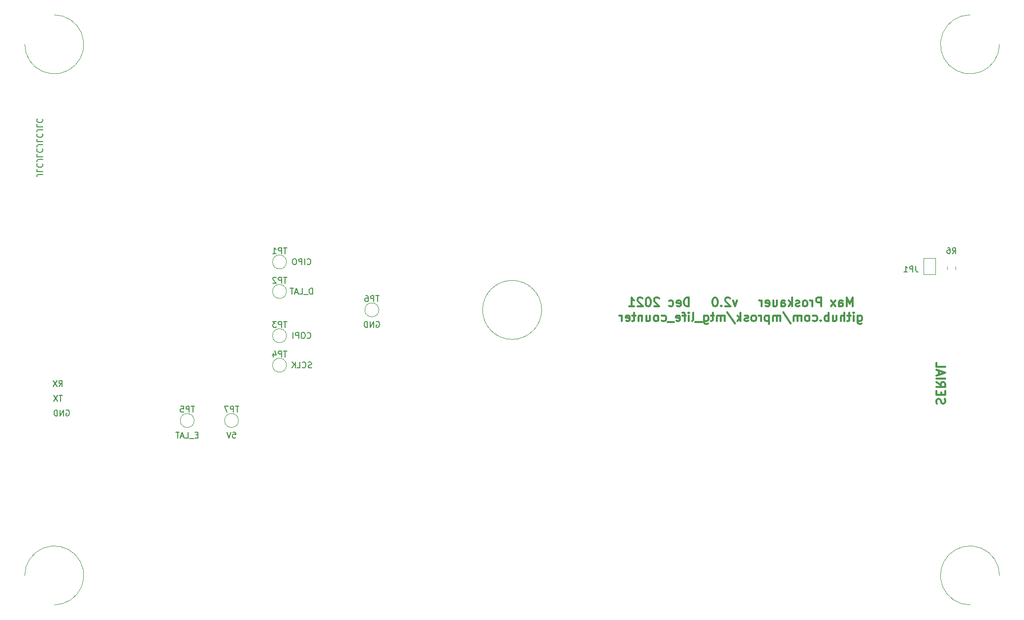
<source format=gbr>
G04 #@! TF.GenerationSoftware,KiCad,Pcbnew,(5.1.4)-1*
G04 #@! TF.CreationDate,2021-12-08T17:21:41-05:00*
G04 #@! TF.ProjectId,mtg_life_counter,6d74675f-6c69-4666-955f-636f756e7465,2.0*
G04 #@! TF.SameCoordinates,Original*
G04 #@! TF.FileFunction,Legend,Bot*
G04 #@! TF.FilePolarity,Positive*
%FSLAX46Y46*%
G04 Gerber Fmt 4.6, Leading zero omitted, Abs format (unit mm)*
G04 Created by KiCad (PCBNEW (5.1.4)-1) date 2021-12-08 17:21:41*
%MOMM*%
%LPD*%
G04 APERTURE LIST*
%ADD10C,0.150000*%
%ADD11C,0.300000*%
%ADD12C,0.120000*%
G04 APERTURE END LIST*
D10*
X57911904Y-118880000D02*
X58007142Y-118832380D01*
X58150000Y-118832380D01*
X58292857Y-118880000D01*
X58388095Y-118975238D01*
X58435714Y-119070476D01*
X58483333Y-119260952D01*
X58483333Y-119403809D01*
X58435714Y-119594285D01*
X58388095Y-119689523D01*
X58292857Y-119784761D01*
X58150000Y-119832380D01*
X58054761Y-119832380D01*
X57911904Y-119784761D01*
X57864285Y-119737142D01*
X57864285Y-119403809D01*
X58054761Y-119403809D01*
X57435714Y-119832380D02*
X57435714Y-118832380D01*
X56864285Y-119832380D01*
X56864285Y-118832380D01*
X56388095Y-119832380D02*
X56388095Y-118832380D01*
X56150000Y-118832380D01*
X56007142Y-118880000D01*
X55911904Y-118975238D01*
X55864285Y-119070476D01*
X55816666Y-119260952D01*
X55816666Y-119403809D01*
X55864285Y-119594285D01*
X55911904Y-119689523D01*
X56007142Y-119784761D01*
X56150000Y-119832380D01*
X56388095Y-119832380D01*
X57276904Y-116292380D02*
X56705476Y-116292380D01*
X56991190Y-117292380D02*
X56991190Y-116292380D01*
X56467380Y-116292380D02*
X55800714Y-117292380D01*
X55800714Y-116292380D02*
X56467380Y-117292380D01*
X56681666Y-114752380D02*
X57015000Y-114276190D01*
X57253095Y-114752380D02*
X57253095Y-113752380D01*
X56872142Y-113752380D01*
X56776904Y-113800000D01*
X56729285Y-113847619D01*
X56681666Y-113942857D01*
X56681666Y-114085714D01*
X56729285Y-114180952D01*
X56776904Y-114228571D01*
X56872142Y-114276190D01*
X57253095Y-114276190D01*
X56348333Y-113752380D02*
X55681666Y-114752380D01*
X55681666Y-113752380D02*
X56348333Y-114752380D01*
X53887619Y-78279047D02*
X53173333Y-78279047D01*
X53030476Y-78326666D01*
X52935238Y-78421904D01*
X52887619Y-78564761D01*
X52887619Y-78660000D01*
X52887619Y-77326666D02*
X52887619Y-77802857D01*
X53887619Y-77802857D01*
X52982857Y-76421904D02*
X52935238Y-76469523D01*
X52887619Y-76612380D01*
X52887619Y-76707619D01*
X52935238Y-76850476D01*
X53030476Y-76945714D01*
X53125714Y-76993333D01*
X53316190Y-77040952D01*
X53459047Y-77040952D01*
X53649523Y-76993333D01*
X53744761Y-76945714D01*
X53840000Y-76850476D01*
X53887619Y-76707619D01*
X53887619Y-76612380D01*
X53840000Y-76469523D01*
X53792380Y-76421904D01*
X53887619Y-75707619D02*
X53173333Y-75707619D01*
X53030476Y-75755238D01*
X52935238Y-75850476D01*
X52887619Y-75993333D01*
X52887619Y-76088571D01*
X52887619Y-74755238D02*
X52887619Y-75231428D01*
X53887619Y-75231428D01*
X52982857Y-73850476D02*
X52935238Y-73898095D01*
X52887619Y-74040952D01*
X52887619Y-74136190D01*
X52935238Y-74279047D01*
X53030476Y-74374285D01*
X53125714Y-74421904D01*
X53316190Y-74469523D01*
X53459047Y-74469523D01*
X53649523Y-74421904D01*
X53744761Y-74374285D01*
X53840000Y-74279047D01*
X53887619Y-74136190D01*
X53887619Y-74040952D01*
X53840000Y-73898095D01*
X53792380Y-73850476D01*
X53887619Y-73136190D02*
X53173333Y-73136190D01*
X53030476Y-73183809D01*
X52935238Y-73279047D01*
X52887619Y-73421904D01*
X52887619Y-73517142D01*
X52887619Y-72183809D02*
X52887619Y-72660000D01*
X53887619Y-72660000D01*
X52982857Y-71279047D02*
X52935238Y-71326666D01*
X52887619Y-71469523D01*
X52887619Y-71564761D01*
X52935238Y-71707619D01*
X53030476Y-71802857D01*
X53125714Y-71850476D01*
X53316190Y-71898095D01*
X53459047Y-71898095D01*
X53649523Y-71850476D01*
X53744761Y-71802857D01*
X53840000Y-71707619D01*
X53887619Y-71564761D01*
X53887619Y-71469523D01*
X53840000Y-71326666D01*
X53792380Y-71279047D01*
X53887619Y-70564761D02*
X53173333Y-70564761D01*
X53030476Y-70612380D01*
X52935238Y-70707619D01*
X52887619Y-70850476D01*
X52887619Y-70945714D01*
X52887619Y-69612380D02*
X52887619Y-70088571D01*
X53887619Y-70088571D01*
X52982857Y-68707619D02*
X52935238Y-68755238D01*
X52887619Y-68898095D01*
X52887619Y-68993333D01*
X52935238Y-69136190D01*
X53030476Y-69231428D01*
X53125714Y-69279047D01*
X53316190Y-69326666D01*
X53459047Y-69326666D01*
X53649523Y-69279047D01*
X53744761Y-69231428D01*
X53840000Y-69136190D01*
X53887619Y-68993333D01*
X53887619Y-68898095D01*
X53840000Y-68755238D01*
X53792380Y-68707619D01*
D11*
X207672857Y-117764285D02*
X207601428Y-117550000D01*
X207601428Y-117192857D01*
X207672857Y-117050000D01*
X207744285Y-116978571D01*
X207887142Y-116907142D01*
X208030000Y-116907142D01*
X208172857Y-116978571D01*
X208244285Y-117050000D01*
X208315714Y-117192857D01*
X208387142Y-117478571D01*
X208458571Y-117621428D01*
X208530000Y-117692857D01*
X208672857Y-117764285D01*
X208815714Y-117764285D01*
X208958571Y-117692857D01*
X209030000Y-117621428D01*
X209101428Y-117478571D01*
X209101428Y-117121428D01*
X209030000Y-116907142D01*
X208387142Y-116264285D02*
X208387142Y-115764285D01*
X207601428Y-115550000D02*
X207601428Y-116264285D01*
X209101428Y-116264285D01*
X209101428Y-115550000D01*
X207601428Y-114050000D02*
X208315714Y-114550000D01*
X207601428Y-114907142D02*
X209101428Y-114907142D01*
X209101428Y-114335714D01*
X209030000Y-114192857D01*
X208958571Y-114121428D01*
X208815714Y-114050000D01*
X208601428Y-114050000D01*
X208458571Y-114121428D01*
X208387142Y-114192857D01*
X208315714Y-114335714D01*
X208315714Y-114907142D01*
X207601428Y-113407142D02*
X209101428Y-113407142D01*
X208030000Y-112764285D02*
X208030000Y-112050000D01*
X207601428Y-112907142D02*
X209101428Y-112407142D01*
X207601428Y-111907142D01*
X207601428Y-110692857D02*
X207601428Y-111407142D01*
X209101428Y-111407142D01*
X193168571Y-101003571D02*
X193168571Y-99503571D01*
X192668571Y-100575000D01*
X192168571Y-99503571D01*
X192168571Y-101003571D01*
X190811428Y-101003571D02*
X190811428Y-100217857D01*
X190882857Y-100075000D01*
X191025714Y-100003571D01*
X191311428Y-100003571D01*
X191454285Y-100075000D01*
X190811428Y-100932142D02*
X190954285Y-101003571D01*
X191311428Y-101003571D01*
X191454285Y-100932142D01*
X191525714Y-100789285D01*
X191525714Y-100646428D01*
X191454285Y-100503571D01*
X191311428Y-100432142D01*
X190954285Y-100432142D01*
X190811428Y-100360714D01*
X190240000Y-101003571D02*
X189454285Y-100003571D01*
X190240000Y-100003571D02*
X189454285Y-101003571D01*
X187740000Y-101003571D02*
X187740000Y-99503571D01*
X187168571Y-99503571D01*
X187025714Y-99575000D01*
X186954285Y-99646428D01*
X186882857Y-99789285D01*
X186882857Y-100003571D01*
X186954285Y-100146428D01*
X187025714Y-100217857D01*
X187168571Y-100289285D01*
X187740000Y-100289285D01*
X186240000Y-101003571D02*
X186240000Y-100003571D01*
X186240000Y-100289285D02*
X186168571Y-100146428D01*
X186097142Y-100075000D01*
X185954285Y-100003571D01*
X185811428Y-100003571D01*
X185097142Y-101003571D02*
X185240000Y-100932142D01*
X185311428Y-100860714D01*
X185382857Y-100717857D01*
X185382857Y-100289285D01*
X185311428Y-100146428D01*
X185240000Y-100075000D01*
X185097142Y-100003571D01*
X184882857Y-100003571D01*
X184740000Y-100075000D01*
X184668571Y-100146428D01*
X184597142Y-100289285D01*
X184597142Y-100717857D01*
X184668571Y-100860714D01*
X184740000Y-100932142D01*
X184882857Y-101003571D01*
X185097142Y-101003571D01*
X184025714Y-100932142D02*
X183882857Y-101003571D01*
X183597142Y-101003571D01*
X183454285Y-100932142D01*
X183382857Y-100789285D01*
X183382857Y-100717857D01*
X183454285Y-100575000D01*
X183597142Y-100503571D01*
X183811428Y-100503571D01*
X183954285Y-100432142D01*
X184025714Y-100289285D01*
X184025714Y-100217857D01*
X183954285Y-100075000D01*
X183811428Y-100003571D01*
X183597142Y-100003571D01*
X183454285Y-100075000D01*
X182740000Y-101003571D02*
X182740000Y-99503571D01*
X182597142Y-100432142D02*
X182168571Y-101003571D01*
X182168571Y-100003571D02*
X182740000Y-100575000D01*
X180882857Y-101003571D02*
X180882857Y-100217857D01*
X180954285Y-100075000D01*
X181097142Y-100003571D01*
X181382857Y-100003571D01*
X181525714Y-100075000D01*
X180882857Y-100932142D02*
X181025714Y-101003571D01*
X181382857Y-101003571D01*
X181525714Y-100932142D01*
X181597142Y-100789285D01*
X181597142Y-100646428D01*
X181525714Y-100503571D01*
X181382857Y-100432142D01*
X181025714Y-100432142D01*
X180882857Y-100360714D01*
X179525714Y-100003571D02*
X179525714Y-101003571D01*
X180168571Y-100003571D02*
X180168571Y-100789285D01*
X180097142Y-100932142D01*
X179954285Y-101003571D01*
X179740000Y-101003571D01*
X179597142Y-100932142D01*
X179525714Y-100860714D01*
X178240000Y-100932142D02*
X178382857Y-101003571D01*
X178668571Y-101003571D01*
X178811428Y-100932142D01*
X178882857Y-100789285D01*
X178882857Y-100217857D01*
X178811428Y-100075000D01*
X178668571Y-100003571D01*
X178382857Y-100003571D01*
X178240000Y-100075000D01*
X178168571Y-100217857D01*
X178168571Y-100360714D01*
X178882857Y-100503571D01*
X177525714Y-101003571D02*
X177525714Y-100003571D01*
X177525714Y-100289285D02*
X177454285Y-100146428D01*
X177382857Y-100075000D01*
X177240000Y-100003571D01*
X177097142Y-100003571D01*
X173311428Y-100003571D02*
X172954285Y-101003571D01*
X172597142Y-100003571D01*
X172097142Y-99646428D02*
X172025714Y-99575000D01*
X171882857Y-99503571D01*
X171525714Y-99503571D01*
X171382857Y-99575000D01*
X171311428Y-99646428D01*
X171240000Y-99789285D01*
X171240000Y-99932142D01*
X171311428Y-100146428D01*
X172168571Y-101003571D01*
X171240000Y-101003571D01*
X170597142Y-100860714D02*
X170525714Y-100932142D01*
X170597142Y-101003571D01*
X170668571Y-100932142D01*
X170597142Y-100860714D01*
X170597142Y-101003571D01*
X169597142Y-99503571D02*
X169454285Y-99503571D01*
X169311428Y-99575000D01*
X169240000Y-99646428D01*
X169168571Y-99789285D01*
X169097142Y-100075000D01*
X169097142Y-100432142D01*
X169168571Y-100717857D01*
X169240000Y-100860714D01*
X169311428Y-100932142D01*
X169454285Y-101003571D01*
X169597142Y-101003571D01*
X169740000Y-100932142D01*
X169811428Y-100860714D01*
X169882857Y-100717857D01*
X169954285Y-100432142D01*
X169954285Y-100075000D01*
X169882857Y-99789285D01*
X169811428Y-99646428D01*
X169740000Y-99575000D01*
X169597142Y-99503571D01*
X165025714Y-101003571D02*
X165025714Y-99503571D01*
X164668571Y-99503571D01*
X164454285Y-99575000D01*
X164311428Y-99717857D01*
X164240000Y-99860714D01*
X164168571Y-100146428D01*
X164168571Y-100360714D01*
X164240000Y-100646428D01*
X164311428Y-100789285D01*
X164454285Y-100932142D01*
X164668571Y-101003571D01*
X165025714Y-101003571D01*
X162954285Y-100932142D02*
X163097142Y-101003571D01*
X163382857Y-101003571D01*
X163525714Y-100932142D01*
X163597142Y-100789285D01*
X163597142Y-100217857D01*
X163525714Y-100075000D01*
X163382857Y-100003571D01*
X163097142Y-100003571D01*
X162954285Y-100075000D01*
X162882857Y-100217857D01*
X162882857Y-100360714D01*
X163597142Y-100503571D01*
X161597142Y-100932142D02*
X161740000Y-101003571D01*
X162025714Y-101003571D01*
X162168571Y-100932142D01*
X162240000Y-100860714D01*
X162311428Y-100717857D01*
X162311428Y-100289285D01*
X162240000Y-100146428D01*
X162168571Y-100075000D01*
X162025714Y-100003571D01*
X161740000Y-100003571D01*
X161597142Y-100075000D01*
X159882857Y-99646428D02*
X159811428Y-99575000D01*
X159668571Y-99503571D01*
X159311428Y-99503571D01*
X159168571Y-99575000D01*
X159097142Y-99646428D01*
X159025714Y-99789285D01*
X159025714Y-99932142D01*
X159097142Y-100146428D01*
X159954285Y-101003571D01*
X159025714Y-101003571D01*
X158097142Y-99503571D02*
X157954285Y-99503571D01*
X157811428Y-99575000D01*
X157740000Y-99646428D01*
X157668571Y-99789285D01*
X157597142Y-100075000D01*
X157597142Y-100432142D01*
X157668571Y-100717857D01*
X157740000Y-100860714D01*
X157811428Y-100932142D01*
X157954285Y-101003571D01*
X158097142Y-101003571D01*
X158240000Y-100932142D01*
X158311428Y-100860714D01*
X158382857Y-100717857D01*
X158454285Y-100432142D01*
X158454285Y-100075000D01*
X158382857Y-99789285D01*
X158311428Y-99646428D01*
X158240000Y-99575000D01*
X158097142Y-99503571D01*
X157025714Y-99646428D02*
X156954285Y-99575000D01*
X156811428Y-99503571D01*
X156454285Y-99503571D01*
X156311428Y-99575000D01*
X156240000Y-99646428D01*
X156168571Y-99789285D01*
X156168571Y-99932142D01*
X156240000Y-100146428D01*
X157097142Y-101003571D01*
X156168571Y-101003571D01*
X154740000Y-101003571D02*
X155597142Y-101003571D01*
X155168571Y-101003571D02*
X155168571Y-99503571D01*
X155311428Y-99717857D01*
X155454285Y-99860714D01*
X155597142Y-99932142D01*
X194061428Y-102553571D02*
X194061428Y-103767857D01*
X194132857Y-103910714D01*
X194204285Y-103982142D01*
X194347142Y-104053571D01*
X194561428Y-104053571D01*
X194704285Y-103982142D01*
X194061428Y-103482142D02*
X194204285Y-103553571D01*
X194490000Y-103553571D01*
X194632857Y-103482142D01*
X194704285Y-103410714D01*
X194775714Y-103267857D01*
X194775714Y-102839285D01*
X194704285Y-102696428D01*
X194632857Y-102625000D01*
X194490000Y-102553571D01*
X194204285Y-102553571D01*
X194061428Y-102625000D01*
X193347142Y-103553571D02*
X193347142Y-102553571D01*
X193347142Y-102053571D02*
X193418571Y-102125000D01*
X193347142Y-102196428D01*
X193275714Y-102125000D01*
X193347142Y-102053571D01*
X193347142Y-102196428D01*
X192847142Y-102553571D02*
X192275714Y-102553571D01*
X192632857Y-102053571D02*
X192632857Y-103339285D01*
X192561428Y-103482142D01*
X192418571Y-103553571D01*
X192275714Y-103553571D01*
X191775714Y-103553571D02*
X191775714Y-102053571D01*
X191132857Y-103553571D02*
X191132857Y-102767857D01*
X191204285Y-102625000D01*
X191347142Y-102553571D01*
X191561428Y-102553571D01*
X191704285Y-102625000D01*
X191775714Y-102696428D01*
X189775714Y-102553571D02*
X189775714Y-103553571D01*
X190418571Y-102553571D02*
X190418571Y-103339285D01*
X190347142Y-103482142D01*
X190204285Y-103553571D01*
X189990000Y-103553571D01*
X189847142Y-103482142D01*
X189775714Y-103410714D01*
X189061428Y-103553571D02*
X189061428Y-102053571D01*
X189061428Y-102625000D02*
X188918571Y-102553571D01*
X188632857Y-102553571D01*
X188490000Y-102625000D01*
X188418571Y-102696428D01*
X188347142Y-102839285D01*
X188347142Y-103267857D01*
X188418571Y-103410714D01*
X188490000Y-103482142D01*
X188632857Y-103553571D01*
X188918571Y-103553571D01*
X189061428Y-103482142D01*
X187704285Y-103410714D02*
X187632857Y-103482142D01*
X187704285Y-103553571D01*
X187775714Y-103482142D01*
X187704285Y-103410714D01*
X187704285Y-103553571D01*
X186347142Y-103482142D02*
X186490000Y-103553571D01*
X186775714Y-103553571D01*
X186918571Y-103482142D01*
X186990000Y-103410714D01*
X187061428Y-103267857D01*
X187061428Y-102839285D01*
X186990000Y-102696428D01*
X186918571Y-102625000D01*
X186775714Y-102553571D01*
X186490000Y-102553571D01*
X186347142Y-102625000D01*
X185490000Y-103553571D02*
X185632857Y-103482142D01*
X185704285Y-103410714D01*
X185775714Y-103267857D01*
X185775714Y-102839285D01*
X185704285Y-102696428D01*
X185632857Y-102625000D01*
X185490000Y-102553571D01*
X185275714Y-102553571D01*
X185132857Y-102625000D01*
X185061428Y-102696428D01*
X184990000Y-102839285D01*
X184990000Y-103267857D01*
X185061428Y-103410714D01*
X185132857Y-103482142D01*
X185275714Y-103553571D01*
X185490000Y-103553571D01*
X184347142Y-103553571D02*
X184347142Y-102553571D01*
X184347142Y-102696428D02*
X184275714Y-102625000D01*
X184132857Y-102553571D01*
X183918571Y-102553571D01*
X183775714Y-102625000D01*
X183704285Y-102767857D01*
X183704285Y-103553571D01*
X183704285Y-102767857D02*
X183632857Y-102625000D01*
X183490000Y-102553571D01*
X183275714Y-102553571D01*
X183132857Y-102625000D01*
X183061428Y-102767857D01*
X183061428Y-103553571D01*
X181275714Y-101982142D02*
X182561428Y-103910714D01*
X180775714Y-103553571D02*
X180775714Y-102553571D01*
X180775714Y-102696428D02*
X180704285Y-102625000D01*
X180561428Y-102553571D01*
X180347142Y-102553571D01*
X180204285Y-102625000D01*
X180132857Y-102767857D01*
X180132857Y-103553571D01*
X180132857Y-102767857D02*
X180061428Y-102625000D01*
X179918571Y-102553571D01*
X179704285Y-102553571D01*
X179561428Y-102625000D01*
X179490000Y-102767857D01*
X179490000Y-103553571D01*
X178775714Y-102553571D02*
X178775714Y-104053571D01*
X178775714Y-102625000D02*
X178632857Y-102553571D01*
X178347142Y-102553571D01*
X178204285Y-102625000D01*
X178132857Y-102696428D01*
X178061428Y-102839285D01*
X178061428Y-103267857D01*
X178132857Y-103410714D01*
X178204285Y-103482142D01*
X178347142Y-103553571D01*
X178632857Y-103553571D01*
X178775714Y-103482142D01*
X177418571Y-103553571D02*
X177418571Y-102553571D01*
X177418571Y-102839285D02*
X177347142Y-102696428D01*
X177275714Y-102625000D01*
X177132857Y-102553571D01*
X176990000Y-102553571D01*
X176275714Y-103553571D02*
X176418571Y-103482142D01*
X176490000Y-103410714D01*
X176561428Y-103267857D01*
X176561428Y-102839285D01*
X176490000Y-102696428D01*
X176418571Y-102625000D01*
X176275714Y-102553571D01*
X176061428Y-102553571D01*
X175918571Y-102625000D01*
X175847142Y-102696428D01*
X175775714Y-102839285D01*
X175775714Y-103267857D01*
X175847142Y-103410714D01*
X175918571Y-103482142D01*
X176061428Y-103553571D01*
X176275714Y-103553571D01*
X175204285Y-103482142D02*
X175061428Y-103553571D01*
X174775714Y-103553571D01*
X174632857Y-103482142D01*
X174561428Y-103339285D01*
X174561428Y-103267857D01*
X174632857Y-103125000D01*
X174775714Y-103053571D01*
X174990000Y-103053571D01*
X175132857Y-102982142D01*
X175204285Y-102839285D01*
X175204285Y-102767857D01*
X175132857Y-102625000D01*
X174990000Y-102553571D01*
X174775714Y-102553571D01*
X174632857Y-102625000D01*
X173918571Y-103553571D02*
X173918571Y-102053571D01*
X173775714Y-102982142D02*
X173347142Y-103553571D01*
X173347142Y-102553571D02*
X173918571Y-103125000D01*
X171632857Y-101982142D02*
X172918571Y-103910714D01*
X171132857Y-103553571D02*
X171132857Y-102553571D01*
X171132857Y-102696428D02*
X171061428Y-102625000D01*
X170918571Y-102553571D01*
X170704285Y-102553571D01*
X170561428Y-102625000D01*
X170490000Y-102767857D01*
X170490000Y-103553571D01*
X170490000Y-102767857D02*
X170418571Y-102625000D01*
X170275714Y-102553571D01*
X170061428Y-102553571D01*
X169918571Y-102625000D01*
X169847142Y-102767857D01*
X169847142Y-103553571D01*
X169347142Y-102553571D02*
X168775714Y-102553571D01*
X169132857Y-102053571D02*
X169132857Y-103339285D01*
X169061428Y-103482142D01*
X168918571Y-103553571D01*
X168775714Y-103553571D01*
X167632857Y-102553571D02*
X167632857Y-103767857D01*
X167704285Y-103910714D01*
X167775714Y-103982142D01*
X167918571Y-104053571D01*
X168132857Y-104053571D01*
X168275714Y-103982142D01*
X167632857Y-103482142D02*
X167775714Y-103553571D01*
X168061428Y-103553571D01*
X168204285Y-103482142D01*
X168275714Y-103410714D01*
X168347142Y-103267857D01*
X168347142Y-102839285D01*
X168275714Y-102696428D01*
X168204285Y-102625000D01*
X168061428Y-102553571D01*
X167775714Y-102553571D01*
X167632857Y-102625000D01*
X167275714Y-103696428D02*
X166132857Y-103696428D01*
X165561428Y-103553571D02*
X165704285Y-103482142D01*
X165775714Y-103339285D01*
X165775714Y-102053571D01*
X164990000Y-103553571D02*
X164990000Y-102553571D01*
X164990000Y-102053571D02*
X165061428Y-102125000D01*
X164990000Y-102196428D01*
X164918571Y-102125000D01*
X164990000Y-102053571D01*
X164990000Y-102196428D01*
X164490000Y-102553571D02*
X163918571Y-102553571D01*
X164275714Y-103553571D02*
X164275714Y-102267857D01*
X164204285Y-102125000D01*
X164061428Y-102053571D01*
X163918571Y-102053571D01*
X162847142Y-103482142D02*
X162990000Y-103553571D01*
X163275714Y-103553571D01*
X163418571Y-103482142D01*
X163490000Y-103339285D01*
X163490000Y-102767857D01*
X163418571Y-102625000D01*
X163275714Y-102553571D01*
X162990000Y-102553571D01*
X162847142Y-102625000D01*
X162775714Y-102767857D01*
X162775714Y-102910714D01*
X163490000Y-103053571D01*
X162490000Y-103696428D02*
X161347142Y-103696428D01*
X160347142Y-103482142D02*
X160490000Y-103553571D01*
X160775714Y-103553571D01*
X160918571Y-103482142D01*
X160990000Y-103410714D01*
X161061428Y-103267857D01*
X161061428Y-102839285D01*
X160990000Y-102696428D01*
X160918571Y-102625000D01*
X160775714Y-102553571D01*
X160490000Y-102553571D01*
X160347142Y-102625000D01*
X159490000Y-103553571D02*
X159632857Y-103482142D01*
X159704285Y-103410714D01*
X159775714Y-103267857D01*
X159775714Y-102839285D01*
X159704285Y-102696428D01*
X159632857Y-102625000D01*
X159490000Y-102553571D01*
X159275714Y-102553571D01*
X159132857Y-102625000D01*
X159061428Y-102696428D01*
X158990000Y-102839285D01*
X158990000Y-103267857D01*
X159061428Y-103410714D01*
X159132857Y-103482142D01*
X159275714Y-103553571D01*
X159490000Y-103553571D01*
X157704285Y-102553571D02*
X157704285Y-103553571D01*
X158347142Y-102553571D02*
X158347142Y-103339285D01*
X158275714Y-103482142D01*
X158132857Y-103553571D01*
X157918571Y-103553571D01*
X157775714Y-103482142D01*
X157704285Y-103410714D01*
X156990000Y-102553571D02*
X156990000Y-103553571D01*
X156990000Y-102696428D02*
X156918571Y-102625000D01*
X156775714Y-102553571D01*
X156561428Y-102553571D01*
X156418571Y-102625000D01*
X156347142Y-102767857D01*
X156347142Y-103553571D01*
X155847142Y-102553571D02*
X155275714Y-102553571D01*
X155632857Y-102053571D02*
X155632857Y-103339285D01*
X155561428Y-103482142D01*
X155418571Y-103553571D01*
X155275714Y-103553571D01*
X154204285Y-103482142D02*
X154347142Y-103553571D01*
X154632857Y-103553571D01*
X154775714Y-103482142D01*
X154847142Y-103339285D01*
X154847142Y-102767857D01*
X154775714Y-102625000D01*
X154632857Y-102553571D01*
X154347142Y-102553571D01*
X154204285Y-102625000D01*
X154132857Y-102767857D01*
X154132857Y-102910714D01*
X154847142Y-103053571D01*
X153490000Y-103553571D02*
X153490000Y-102553571D01*
X153490000Y-102839285D02*
X153418571Y-102696428D01*
X153347142Y-102625000D01*
X153204285Y-102553571D01*
X153061428Y-102553571D01*
D12*
X139700000Y-101600000D02*
G75*
G03X139700000Y-101600000I-5080000J0D01*
G01*
X218440000Y-55880000D02*
G75*
G02X213360000Y-50800000I-5080000J0D01*
G01*
X55880000Y-50800000D02*
G75*
G02X50800000Y-55880000I0J-5080000D01*
G01*
X50800000Y-147320000D02*
G75*
G02X55880000Y-152400000I5080000J0D01*
G01*
X213360000Y-152400000D02*
G75*
G02X218440000Y-147320000I0J5080000D01*
G01*
X210895000Y-94108748D02*
X210895000Y-94631252D01*
X209475000Y-94108748D02*
X209475000Y-94631252D01*
X111690000Y-101600000D02*
G75*
G03X111690000Y-101600000I-1200000J0D01*
G01*
X95815000Y-98425000D02*
G75*
G03X95815000Y-98425000I-1200000J0D01*
G01*
X79940000Y-120650000D02*
G75*
G03X79940000Y-120650000I-1200000J0D01*
G01*
X95815000Y-106045000D02*
G75*
G03X95815000Y-106045000I-1200000J0D01*
G01*
X95815000Y-93345000D02*
G75*
G03X95815000Y-93345000I-1200000J0D01*
G01*
X95815000Y-111125000D02*
G75*
G03X95815000Y-111125000I-1200000J0D01*
G01*
X87560000Y-120650000D02*
G75*
G03X87560000Y-120650000I-1200000J0D01*
G01*
X207375000Y-95470000D02*
X207375000Y-92670000D01*
X207375000Y-92670000D02*
X205375000Y-92670000D01*
X205375000Y-92670000D02*
X205375000Y-95470000D01*
X205375000Y-95470000D02*
X207375000Y-95470000D01*
D10*
X210351666Y-91892380D02*
X210685000Y-91416190D01*
X210923095Y-91892380D02*
X210923095Y-90892380D01*
X210542142Y-90892380D01*
X210446904Y-90940000D01*
X210399285Y-90987619D01*
X210351666Y-91082857D01*
X210351666Y-91225714D01*
X210399285Y-91320952D01*
X210446904Y-91368571D01*
X210542142Y-91416190D01*
X210923095Y-91416190D01*
X209494523Y-90892380D02*
X209685000Y-90892380D01*
X209780238Y-90940000D01*
X209827857Y-90987619D01*
X209923095Y-91130476D01*
X209970714Y-91320952D01*
X209970714Y-91701904D01*
X209923095Y-91797142D01*
X209875476Y-91844761D01*
X209780238Y-91892380D01*
X209589761Y-91892380D01*
X209494523Y-91844761D01*
X209446904Y-91797142D01*
X209399285Y-91701904D01*
X209399285Y-91463809D01*
X209446904Y-91368571D01*
X209494523Y-91320952D01*
X209589761Y-91273333D01*
X209780238Y-91273333D01*
X209875476Y-91320952D01*
X209923095Y-91368571D01*
X209970714Y-91463809D01*
X111751904Y-99147380D02*
X111180476Y-99147380D01*
X111466190Y-100147380D02*
X111466190Y-99147380D01*
X110847142Y-100147380D02*
X110847142Y-99147380D01*
X110466190Y-99147380D01*
X110370952Y-99195000D01*
X110323333Y-99242619D01*
X110275714Y-99337857D01*
X110275714Y-99480714D01*
X110323333Y-99575952D01*
X110370952Y-99623571D01*
X110466190Y-99671190D01*
X110847142Y-99671190D01*
X109418571Y-99147380D02*
X109609047Y-99147380D01*
X109704285Y-99195000D01*
X109751904Y-99242619D01*
X109847142Y-99385476D01*
X109894761Y-99575952D01*
X109894761Y-99956904D01*
X109847142Y-100052142D01*
X109799523Y-100099761D01*
X109704285Y-100147380D01*
X109513809Y-100147380D01*
X109418571Y-100099761D01*
X109370952Y-100052142D01*
X109323333Y-99956904D01*
X109323333Y-99718809D01*
X109370952Y-99623571D01*
X109418571Y-99575952D01*
X109513809Y-99528333D01*
X109704285Y-99528333D01*
X109799523Y-99575952D01*
X109847142Y-99623571D01*
X109894761Y-99718809D01*
X111251904Y-103640000D02*
X111347142Y-103592380D01*
X111490000Y-103592380D01*
X111632857Y-103640000D01*
X111728095Y-103735238D01*
X111775714Y-103830476D01*
X111823333Y-104020952D01*
X111823333Y-104163809D01*
X111775714Y-104354285D01*
X111728095Y-104449523D01*
X111632857Y-104544761D01*
X111490000Y-104592380D01*
X111394761Y-104592380D01*
X111251904Y-104544761D01*
X111204285Y-104497142D01*
X111204285Y-104163809D01*
X111394761Y-104163809D01*
X110775714Y-104592380D02*
X110775714Y-103592380D01*
X110204285Y-104592380D01*
X110204285Y-103592380D01*
X109728095Y-104592380D02*
X109728095Y-103592380D01*
X109490000Y-103592380D01*
X109347142Y-103640000D01*
X109251904Y-103735238D01*
X109204285Y-103830476D01*
X109156666Y-104020952D01*
X109156666Y-104163809D01*
X109204285Y-104354285D01*
X109251904Y-104449523D01*
X109347142Y-104544761D01*
X109490000Y-104592380D01*
X109728095Y-104592380D01*
X95876904Y-95972380D02*
X95305476Y-95972380D01*
X95591190Y-96972380D02*
X95591190Y-95972380D01*
X94972142Y-96972380D02*
X94972142Y-95972380D01*
X94591190Y-95972380D01*
X94495952Y-96020000D01*
X94448333Y-96067619D01*
X94400714Y-96162857D01*
X94400714Y-96305714D01*
X94448333Y-96400952D01*
X94495952Y-96448571D01*
X94591190Y-96496190D01*
X94972142Y-96496190D01*
X94019761Y-96067619D02*
X93972142Y-96020000D01*
X93876904Y-95972380D01*
X93638809Y-95972380D01*
X93543571Y-96020000D01*
X93495952Y-96067619D01*
X93448333Y-96162857D01*
X93448333Y-96258095D01*
X93495952Y-96400952D01*
X94067380Y-96972380D01*
X93448333Y-96972380D01*
X100282142Y-98877380D02*
X100282142Y-97877380D01*
X100044047Y-97877380D01*
X99901190Y-97925000D01*
X99805952Y-98020238D01*
X99758333Y-98115476D01*
X99710714Y-98305952D01*
X99710714Y-98448809D01*
X99758333Y-98639285D01*
X99805952Y-98734523D01*
X99901190Y-98829761D01*
X100044047Y-98877380D01*
X100282142Y-98877380D01*
X99520238Y-98972619D02*
X98758333Y-98972619D01*
X98044047Y-98877380D02*
X98520238Y-98877380D01*
X98520238Y-97877380D01*
X97758333Y-98591666D02*
X97282142Y-98591666D01*
X97853571Y-98877380D02*
X97520238Y-97877380D01*
X97186904Y-98877380D01*
X96996428Y-97877380D02*
X96425000Y-97877380D01*
X96710714Y-98877380D02*
X96710714Y-97877380D01*
X80001904Y-118197380D02*
X79430476Y-118197380D01*
X79716190Y-119197380D02*
X79716190Y-118197380D01*
X79097142Y-119197380D02*
X79097142Y-118197380D01*
X78716190Y-118197380D01*
X78620952Y-118245000D01*
X78573333Y-118292619D01*
X78525714Y-118387857D01*
X78525714Y-118530714D01*
X78573333Y-118625952D01*
X78620952Y-118673571D01*
X78716190Y-118721190D01*
X79097142Y-118721190D01*
X77620952Y-118197380D02*
X78097142Y-118197380D01*
X78144761Y-118673571D01*
X78097142Y-118625952D01*
X78001904Y-118578333D01*
X77763809Y-118578333D01*
X77668571Y-118625952D01*
X77620952Y-118673571D01*
X77573333Y-118768809D01*
X77573333Y-119006904D01*
X77620952Y-119102142D01*
X77668571Y-119149761D01*
X77763809Y-119197380D01*
X78001904Y-119197380D01*
X78097142Y-119149761D01*
X78144761Y-119102142D01*
X80549523Y-123118571D02*
X80216190Y-123118571D01*
X80073333Y-123642380D02*
X80549523Y-123642380D01*
X80549523Y-122642380D01*
X80073333Y-122642380D01*
X79882857Y-123737619D02*
X79120952Y-123737619D01*
X78406666Y-123642380D02*
X78882857Y-123642380D01*
X78882857Y-122642380D01*
X78120952Y-123356666D02*
X77644761Y-123356666D01*
X78216190Y-123642380D02*
X77882857Y-122642380D01*
X77549523Y-123642380D01*
X77359047Y-122642380D02*
X76787619Y-122642380D01*
X77073333Y-123642380D02*
X77073333Y-122642380D01*
X95876904Y-103592380D02*
X95305476Y-103592380D01*
X95591190Y-104592380D02*
X95591190Y-103592380D01*
X94972142Y-104592380D02*
X94972142Y-103592380D01*
X94591190Y-103592380D01*
X94495952Y-103640000D01*
X94448333Y-103687619D01*
X94400714Y-103782857D01*
X94400714Y-103925714D01*
X94448333Y-104020952D01*
X94495952Y-104068571D01*
X94591190Y-104116190D01*
X94972142Y-104116190D01*
X94067380Y-103592380D02*
X93448333Y-103592380D01*
X93781666Y-103973333D01*
X93638809Y-103973333D01*
X93543571Y-104020952D01*
X93495952Y-104068571D01*
X93448333Y-104163809D01*
X93448333Y-104401904D01*
X93495952Y-104497142D01*
X93543571Y-104544761D01*
X93638809Y-104592380D01*
X93924523Y-104592380D01*
X94019761Y-104544761D01*
X94067380Y-104497142D01*
X99377380Y-106402142D02*
X99425000Y-106449761D01*
X99567857Y-106497380D01*
X99663095Y-106497380D01*
X99805952Y-106449761D01*
X99901190Y-106354523D01*
X99948809Y-106259285D01*
X99996428Y-106068809D01*
X99996428Y-105925952D01*
X99948809Y-105735476D01*
X99901190Y-105640238D01*
X99805952Y-105545000D01*
X99663095Y-105497380D01*
X99567857Y-105497380D01*
X99425000Y-105545000D01*
X99377380Y-105592619D01*
X98758333Y-105497380D02*
X98567857Y-105497380D01*
X98472619Y-105545000D01*
X98377380Y-105640238D01*
X98329761Y-105830714D01*
X98329761Y-106164047D01*
X98377380Y-106354523D01*
X98472619Y-106449761D01*
X98567857Y-106497380D01*
X98758333Y-106497380D01*
X98853571Y-106449761D01*
X98948809Y-106354523D01*
X98996428Y-106164047D01*
X98996428Y-105830714D01*
X98948809Y-105640238D01*
X98853571Y-105545000D01*
X98758333Y-105497380D01*
X97901190Y-106497380D02*
X97901190Y-105497380D01*
X97520238Y-105497380D01*
X97425000Y-105545000D01*
X97377380Y-105592619D01*
X97329761Y-105687857D01*
X97329761Y-105830714D01*
X97377380Y-105925952D01*
X97425000Y-105973571D01*
X97520238Y-106021190D01*
X97901190Y-106021190D01*
X96901190Y-106497380D02*
X96901190Y-105497380D01*
X95876904Y-90892380D02*
X95305476Y-90892380D01*
X95591190Y-91892380D02*
X95591190Y-90892380D01*
X94972142Y-91892380D02*
X94972142Y-90892380D01*
X94591190Y-90892380D01*
X94495952Y-90940000D01*
X94448333Y-90987619D01*
X94400714Y-91082857D01*
X94400714Y-91225714D01*
X94448333Y-91320952D01*
X94495952Y-91368571D01*
X94591190Y-91416190D01*
X94972142Y-91416190D01*
X93448333Y-91892380D02*
X94019761Y-91892380D01*
X93734047Y-91892380D02*
X93734047Y-90892380D01*
X93829285Y-91035238D01*
X93924523Y-91130476D01*
X94019761Y-91178095D01*
X99377380Y-93702142D02*
X99425000Y-93749761D01*
X99567857Y-93797380D01*
X99663095Y-93797380D01*
X99805952Y-93749761D01*
X99901190Y-93654523D01*
X99948809Y-93559285D01*
X99996428Y-93368809D01*
X99996428Y-93225952D01*
X99948809Y-93035476D01*
X99901190Y-92940238D01*
X99805952Y-92845000D01*
X99663095Y-92797380D01*
X99567857Y-92797380D01*
X99425000Y-92845000D01*
X99377380Y-92892619D01*
X98948809Y-93797380D02*
X98948809Y-92797380D01*
X98472619Y-93797380D02*
X98472619Y-92797380D01*
X98091666Y-92797380D01*
X97996428Y-92845000D01*
X97948809Y-92892619D01*
X97901190Y-92987857D01*
X97901190Y-93130714D01*
X97948809Y-93225952D01*
X97996428Y-93273571D01*
X98091666Y-93321190D01*
X98472619Y-93321190D01*
X97282142Y-92797380D02*
X97091666Y-92797380D01*
X96996428Y-92845000D01*
X96901190Y-92940238D01*
X96853571Y-93130714D01*
X96853571Y-93464047D01*
X96901190Y-93654523D01*
X96996428Y-93749761D01*
X97091666Y-93797380D01*
X97282142Y-93797380D01*
X97377380Y-93749761D01*
X97472619Y-93654523D01*
X97520238Y-93464047D01*
X97520238Y-93130714D01*
X97472619Y-92940238D01*
X97377380Y-92845000D01*
X97282142Y-92797380D01*
X95876904Y-108672380D02*
X95305476Y-108672380D01*
X95591190Y-109672380D02*
X95591190Y-108672380D01*
X94972142Y-109672380D02*
X94972142Y-108672380D01*
X94591190Y-108672380D01*
X94495952Y-108720000D01*
X94448333Y-108767619D01*
X94400714Y-108862857D01*
X94400714Y-109005714D01*
X94448333Y-109100952D01*
X94495952Y-109148571D01*
X94591190Y-109196190D01*
X94972142Y-109196190D01*
X93543571Y-109005714D02*
X93543571Y-109672380D01*
X93781666Y-108624761D02*
X94019761Y-109339047D01*
X93400714Y-109339047D01*
X100115476Y-111529761D02*
X99972619Y-111577380D01*
X99734523Y-111577380D01*
X99639285Y-111529761D01*
X99591666Y-111482142D01*
X99544047Y-111386904D01*
X99544047Y-111291666D01*
X99591666Y-111196428D01*
X99639285Y-111148809D01*
X99734523Y-111101190D01*
X99925000Y-111053571D01*
X100020238Y-111005952D01*
X100067857Y-110958333D01*
X100115476Y-110863095D01*
X100115476Y-110767857D01*
X100067857Y-110672619D01*
X100020238Y-110625000D01*
X99925000Y-110577380D01*
X99686904Y-110577380D01*
X99544047Y-110625000D01*
X98544047Y-111482142D02*
X98591666Y-111529761D01*
X98734523Y-111577380D01*
X98829761Y-111577380D01*
X98972619Y-111529761D01*
X99067857Y-111434523D01*
X99115476Y-111339285D01*
X99163095Y-111148809D01*
X99163095Y-111005952D01*
X99115476Y-110815476D01*
X99067857Y-110720238D01*
X98972619Y-110625000D01*
X98829761Y-110577380D01*
X98734523Y-110577380D01*
X98591666Y-110625000D01*
X98544047Y-110672619D01*
X97639285Y-111577380D02*
X98115476Y-111577380D01*
X98115476Y-110577380D01*
X97305952Y-111577380D02*
X97305952Y-110577380D01*
X96734523Y-111577380D02*
X97163095Y-111005952D01*
X96734523Y-110577380D02*
X97305952Y-111148809D01*
X87621904Y-118197380D02*
X87050476Y-118197380D01*
X87336190Y-119197380D02*
X87336190Y-118197380D01*
X86717142Y-119197380D02*
X86717142Y-118197380D01*
X86336190Y-118197380D01*
X86240952Y-118245000D01*
X86193333Y-118292619D01*
X86145714Y-118387857D01*
X86145714Y-118530714D01*
X86193333Y-118625952D01*
X86240952Y-118673571D01*
X86336190Y-118721190D01*
X86717142Y-118721190D01*
X85812380Y-118197380D02*
X85145714Y-118197380D01*
X85574285Y-119197380D01*
X86550476Y-122642380D02*
X87026666Y-122642380D01*
X87074285Y-123118571D01*
X87026666Y-123070952D01*
X86931428Y-123023333D01*
X86693333Y-123023333D01*
X86598095Y-123070952D01*
X86550476Y-123118571D01*
X86502857Y-123213809D01*
X86502857Y-123451904D01*
X86550476Y-123547142D01*
X86598095Y-123594761D01*
X86693333Y-123642380D01*
X86931428Y-123642380D01*
X87026666Y-123594761D01*
X87074285Y-123547142D01*
X86217142Y-122642380D02*
X85883809Y-123642380D01*
X85550476Y-122642380D01*
X204033333Y-94067380D02*
X204033333Y-94781666D01*
X204080952Y-94924523D01*
X204176190Y-95019761D01*
X204319047Y-95067380D01*
X204414285Y-95067380D01*
X203557142Y-95067380D02*
X203557142Y-94067380D01*
X203176190Y-94067380D01*
X203080952Y-94115000D01*
X203033333Y-94162619D01*
X202985714Y-94257857D01*
X202985714Y-94400714D01*
X203033333Y-94495952D01*
X203080952Y-94543571D01*
X203176190Y-94591190D01*
X203557142Y-94591190D01*
X202033333Y-95067380D02*
X202604761Y-95067380D01*
X202319047Y-95067380D02*
X202319047Y-94067380D01*
X202414285Y-94210238D01*
X202509523Y-94305476D01*
X202604761Y-94353095D01*
M02*

</source>
